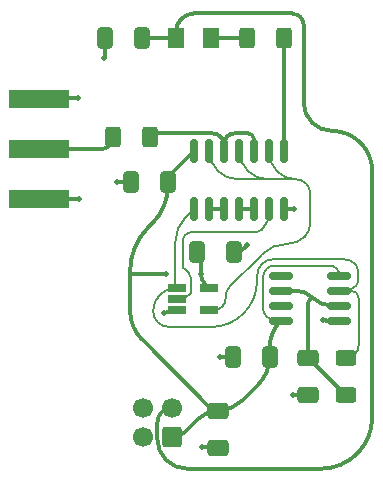
<source format=gtl>
%TF.GenerationSoftware,KiCad,Pcbnew,6.0.4-6f826c9f35~116~ubuntu20.04.1*%
%TF.CreationDate,2022-04-12T14:10:10-05:00*%
%TF.ProjectId,propagation_delay_led_pulser,70726f70-6167-4617-9469-6f6e5f64656c,1.1*%
%TF.SameCoordinates,Original*%
%TF.FileFunction,Copper,L1,Top*%
%TF.FilePolarity,Positive*%
%FSLAX46Y46*%
G04 Gerber Fmt 4.6, Leading zero omitted, Abs format (unit mm)*
G04 Created by KiCad (PCBNEW 6.0.4-6f826c9f35~116~ubuntu20.04.1) date 2022-04-12 14:10:10*
%MOMM*%
%LPD*%
G01*
G04 APERTURE LIST*
G04 Aperture macros list*
%AMRoundRect*
0 Rectangle with rounded corners*
0 $1 Rounding radius*
0 $2 $3 $4 $5 $6 $7 $8 $9 X,Y pos of 4 corners*
0 Add a 4 corners polygon primitive as box body*
4,1,4,$2,$3,$4,$5,$6,$7,$8,$9,$2,$3,0*
0 Add four circle primitives for the rounded corners*
1,1,$1+$1,$2,$3*
1,1,$1+$1,$4,$5*
1,1,$1+$1,$6,$7*
1,1,$1+$1,$8,$9*
0 Add four rect primitives between the rounded corners*
20,1,$1+$1,$2,$3,$4,$5,0*
20,1,$1+$1,$4,$5,$6,$7,0*
20,1,$1+$1,$6,$7,$8,$9,0*
20,1,$1+$1,$8,$9,$2,$3,0*%
G04 Aperture macros list end*
%TA.AperFunction,SMDPad,CuDef*%
%ADD10RoundRect,0.250000X0.412500X0.650000X-0.412500X0.650000X-0.412500X-0.650000X0.412500X-0.650000X0*%
%TD*%
%TA.AperFunction,SMDPad,CuDef*%
%ADD11RoundRect,0.250000X-0.412500X-0.650000X0.412500X-0.650000X0.412500X0.650000X-0.412500X0.650000X0*%
%TD*%
%TA.AperFunction,SMDPad,CuDef*%
%ADD12RoundRect,0.250000X-0.650000X0.412500X-0.650000X-0.412500X0.650000X-0.412500X0.650000X0.412500X0*%
%TD*%
%TA.AperFunction,SMDPad,CuDef*%
%ADD13R,1.560000X0.650000*%
%TD*%
%TA.AperFunction,SMDPad,CuDef*%
%ADD14RoundRect,0.150000X0.825000X0.150000X-0.825000X0.150000X-0.825000X-0.150000X0.825000X-0.150000X0*%
%TD*%
%TA.AperFunction,SMDPad,CuDef*%
%ADD15RoundRect,0.250000X0.400000X0.625000X-0.400000X0.625000X-0.400000X-0.625000X0.400000X-0.625000X0*%
%TD*%
%TA.AperFunction,ComponentPad*%
%ADD16RoundRect,0.250000X0.600000X0.600000X-0.600000X0.600000X-0.600000X-0.600000X0.600000X-0.600000X0*%
%TD*%
%TA.AperFunction,ComponentPad*%
%ADD17C,1.700000*%
%TD*%
%TA.AperFunction,SMDPad,CuDef*%
%ADD18RoundRect,0.250000X-0.625000X0.400000X-0.625000X-0.400000X0.625000X-0.400000X0.625000X0.400000X0*%
%TD*%
%TA.AperFunction,SMDPad,CuDef*%
%ADD19RoundRect,0.150000X0.150000X-0.825000X0.150000X0.825000X-0.150000X0.825000X-0.150000X-0.825000X0*%
%TD*%
%TA.AperFunction,SMDPad,CuDef*%
%ADD20RoundRect,0.250001X-0.462499X-0.624999X0.462499X-0.624999X0.462499X0.624999X-0.462499X0.624999X0*%
%TD*%
%TA.AperFunction,SMDPad,CuDef*%
%ADD21R,5.080000X1.500000*%
%TD*%
%TA.AperFunction,ViaPad*%
%ADD22C,0.508000*%
%TD*%
%TA.AperFunction,Conductor*%
%ADD23C,0.304800*%
%TD*%
%TA.AperFunction,Conductor*%
%ADD24C,0.152400*%
%TD*%
G04 APERTURE END LIST*
D10*
%TO.P,C6,1*%
%TO.N,/LED_Anode*%
X208134989Y-51712009D03*
%TO.P,C6,2*%
%TO.N,GND*%
X205009989Y-51712009D03*
%TD*%
%TO.P,C5,1*%
%TO.N,VCC*%
X218972500Y-78712000D03*
%TO.P,C5,2*%
%TO.N,GND*%
X215847500Y-78712000D03*
%TD*%
D11*
%TO.P,C4,1*%
%TO.N,VCC*%
X212822489Y-69837009D03*
%TO.P,C4,2*%
%TO.N,GND*%
X215947489Y-69837009D03*
%TD*%
D10*
%TO.P,C3,1*%
%TO.N,VCC*%
X210347489Y-63862009D03*
%TO.P,C3,2*%
%TO.N,GND*%
X207222489Y-63862009D03*
%TD*%
D12*
%TO.P,C1,1*%
%TO.N,VCC*%
X214627000Y-83241500D03*
%TO.P,C1,2*%
%TO.N,GND*%
X214627000Y-86366500D03*
%TD*%
D13*
%TO.P,U3,1*%
%TO.N,/Timer_out*%
X211159989Y-72862009D03*
%TO.P,U3,2*%
%TO.N,/Inv3toNand*%
X211159989Y-73812009D03*
%TO.P,U3,3,GND*%
%TO.N,GND*%
X211159989Y-74762009D03*
%TO.P,U3,4*%
%TO.N,/Pulser_out*%
X213859989Y-74762009D03*
%TO.P,U3,5,VCC*%
%TO.N,VCC*%
X213859989Y-72862009D03*
%TD*%
D12*
%TO.P,C2,1*%
%TO.N,/Timer_THR*%
X222246989Y-78799509D03*
%TO.P,C2,2*%
%TO.N,GND*%
X222246989Y-81924509D03*
%TD*%
D14*
%TO.P,U2,1,GND*%
%TO.N,GND*%
X224884989Y-75617009D03*
%TO.P,U2,2,TR*%
%TO.N,/Timer_THR*%
X224884989Y-74347009D03*
%TO.P,U2,3,Q*%
%TO.N,/Timer_out*%
X224884989Y-73077009D03*
%TO.P,U2,4,R*%
%TO.N,VCC*%
X224884989Y-71807009D03*
%TO.P,U2,5,CV*%
%TO.N,unconnected-(U2-Pad5)*%
X219934989Y-71807009D03*
%TO.P,U2,6,THR*%
%TO.N,/Timer_THR*%
X219934989Y-73077009D03*
%TO.P,U2,7,DIS*%
%TO.N,unconnected-(U2-Pad7)*%
X219934989Y-74347009D03*
%TO.P,U2,8,VCC*%
%TO.N,VCC*%
X219934989Y-75617009D03*
%TD*%
D15*
%TO.P,R2,1*%
%TO.N,/drive_pulse_out_r*%
X208809989Y-60062009D03*
%TO.P,R2,2*%
%TO.N,Net-(J2-Pad1)*%
X205709989Y-60062009D03*
%TD*%
D16*
%TO.P,J1,1,Pin_1*%
%TO.N,VCC*%
X210750000Y-85492000D03*
D17*
%TO.P,J1,2,Pin_2*%
%TO.N,/LED_Anode*%
X210750000Y-82992000D03*
%TO.P,J1,3,Pin_3*%
%TO.N,GND*%
X208250000Y-85492000D03*
%TO.P,J1,4,Pin_4*%
X208250000Y-82992000D03*
%TD*%
D18*
%TO.P,R1,1*%
%TO.N,/Timer_out*%
X225409989Y-78812009D03*
%TO.P,R1,2*%
%TO.N,/Timer_THR*%
X225409989Y-81912009D03*
%TD*%
D19*
%TO.P,U1,1*%
%TO.N,/Timer_out*%
X212599989Y-66187009D03*
%TO.P,U1,2*%
%TO.N,/Inv1to2*%
X213869989Y-66187009D03*
%TO.P,U1,3*%
X215139989Y-66187009D03*
%TO.P,U1,4*%
%TO.N,/Inv2to3*%
X216409989Y-66187009D03*
%TO.P,U1,5*%
X217679989Y-66187009D03*
%TO.P,U1,6*%
%TO.N,/Inv3toNand*%
X218949989Y-66187009D03*
%TO.P,U1,7,GND*%
%TO.N,GND*%
X220219989Y-66187009D03*
%TO.P,U1,8*%
%TO.N,/drive_led_r*%
X220219989Y-61237009D03*
%TO.P,U1,9*%
%TO.N,/Pulser_out*%
X218949989Y-61237009D03*
%TO.P,U1,10*%
%TO.N,/drive_pulse_out_r*%
X217679989Y-61237009D03*
%TO.P,U1,11*%
%TO.N,/Pulser_out*%
X216409989Y-61237009D03*
%TO.P,U1,12*%
%TO.N,/drive_pulse_out_r*%
X215139989Y-61237009D03*
%TO.P,U1,13*%
%TO.N,/Pulser_out*%
X213869989Y-61237009D03*
%TO.P,U1,14,VCC*%
%TO.N,VCC*%
X212599989Y-61237009D03*
%TD*%
D20*
%TO.P,D1,1,K*%
%TO.N,/LED_Anode*%
X211036989Y-51712009D03*
%TO.P,D1,2,A*%
%TO.N,Net-(D1-Pad2)*%
X214011989Y-51712009D03*
%TD*%
D15*
%TO.P,R3,1*%
%TO.N,/drive_led_r*%
X220159989Y-51712009D03*
%TO.P,R3,2*%
%TO.N,Net-(D1-Pad2)*%
X217059989Y-51712009D03*
%TD*%
D21*
%TO.P,J2,1,In*%
%TO.N,Net-(J2-Pad1)*%
X199459989Y-61112009D03*
%TO.P,J2,2,Ext*%
%TO.N,GND*%
X199459989Y-65362009D03*
X199459989Y-56862009D03*
%TD*%
D22*
%TO.N,GND*%
X206059989Y-63887009D03*
X202809989Y-65337009D03*
X202784989Y-56812009D03*
X210034989Y-74987009D03*
X213209989Y-86362009D03*
X220934989Y-81912009D03*
X221009989Y-66187009D03*
X217084989Y-69237009D03*
X214734989Y-78712009D03*
X204984989Y-53362009D03*
%TO.N,VCC*%
X210159989Y-71712009D03*
X213159989Y-71712009D03*
%TO.N,GND*%
X223534989Y-75612009D03*
%TD*%
D23*
%TO.N,VCC*%
X216638813Y-82408167D02*
G75*
G02*
X214627000Y-83241500I-2011813J2011767D01*
G01*
X218972488Y-78712000D02*
G75*
G02*
X218009068Y-81037930I-3289388J0D01*
G01*
X216638822Y-82408176D02*
X218009068Y-81037930D01*
%TO.N,GND*%
X207222489Y-63862009D02*
X206120344Y-63862009D01*
X206059959Y-63886979D02*
G75*
G02*
X206120344Y-63862009I60341J-60421D01*
G01*
%TO.N,VCC*%
X208715611Y-67706361D02*
G75*
G03*
X207159989Y-71462009I3755689J-3755639D01*
G01*
X208715624Y-67706374D02*
X209084989Y-67337009D01*
X210347489Y-64289065D02*
X210347489Y-63862009D01*
X210347450Y-64289065D02*
G75*
G02*
X209084988Y-67337008I-4310450J-35D01*
G01*
X210347501Y-63862009D02*
G75*
G02*
X210610888Y-63226112I899299J9D01*
G01*
X212599989Y-61237009D02*
X210610887Y-63226111D01*
%TO.N,GND*%
X202784989Y-56812009D02*
X199580699Y-56812009D01*
X199459993Y-56862013D02*
G75*
G02*
X199580699Y-56812009I120707J-120687D01*
G01*
X199459989Y-65362009D02*
X202749634Y-65362009D01*
X202809983Y-65337003D02*
G75*
G02*
X202749634Y-65362009I-60383J60403D01*
G01*
X211159989Y-74762009D02*
X210578187Y-74762009D01*
X210034997Y-74987017D02*
G75*
G02*
X210578187Y-74762009I543203J-543183D01*
G01*
X213604324Y-86354000D02*
X213229324Y-86354000D01*
X213209986Y-86362006D02*
G75*
G02*
X213229324Y-86354000I19314J-19294D01*
G01*
X222246989Y-81924509D02*
X220965166Y-81924509D01*
X220934999Y-81911999D02*
G75*
G03*
X220965166Y-81924509I30201J30199D01*
G01*
X220219989Y-66187009D02*
X221009989Y-66187009D01*
X216865058Y-69456938D02*
G75*
G02*
X215947489Y-69837009I-917558J917538D01*
G01*
X216865059Y-69456939D02*
X217084989Y-69237009D01*
D24*
%TO.N,/Timer_out*%
X210984981Y-72439522D02*
G75*
G03*
X211159989Y-72862009I597519J22D01*
G01*
X211859971Y-66861991D02*
G75*
G03*
X210984989Y-68974445I2112429J-2112409D01*
G01*
X211859989Y-66862009D02*
X212489027Y-66232971D01*
X212599989Y-66186992D02*
G75*
G03*
X212489027Y-66232971I11J-156908D01*
G01*
X210984989Y-72439522D02*
X210984989Y-68974445D01*
%TO.N,/Inv3toNand*%
X211809989Y-71287009D02*
X212147857Y-71624877D01*
X212359975Y-72137009D02*
G75*
G03*
X212147857Y-71624877I-724275J9D01*
G01*
X217887502Y-68112009D02*
X212509253Y-68112009D01*
X211634989Y-68774141D02*
X211634989Y-71087009D01*
X211219304Y-73812004D02*
G75*
G03*
X212184989Y-73412009I-4J1365704D01*
G01*
X211652680Y-71129673D02*
G75*
G02*
X211634989Y-71087009I42620J42673D01*
G01*
X211652667Y-71129686D02*
X211809989Y-71287009D01*
X218949989Y-66187009D02*
X218949989Y-66391913D01*
X211635012Y-68774141D02*
G75*
G02*
X211784989Y-68412009I512088J41D01*
G01*
X218309981Y-67937001D02*
G75*
G03*
X218949989Y-66391913I-1545081J1545101D01*
G01*
X211785007Y-68412027D02*
G75*
G02*
X212509253Y-68112009I724293J-724273D01*
G01*
X212281956Y-73315042D02*
X212184989Y-73412009D01*
X217887502Y-68112003D02*
G75*
G03*
X218309988Y-67937008I-2J597503D01*
G01*
X212281972Y-73315058D02*
G75*
G03*
X212359989Y-73126654I-188372J188358D01*
G01*
X212359989Y-72137009D02*
X212359989Y-73126654D01*
X211219304Y-73812009D02*
X211159989Y-73812009D01*
%TO.N,/Pulser_out*%
X215260009Y-73712009D02*
G75*
G02*
X214209989Y-74762009I-1050009J9D01*
G01*
X218209989Y-70137009D02*
X218351105Y-69995893D01*
X215560511Y-72786490D02*
G75*
G03*
X215259989Y-73512009I725489J-725510D01*
G01*
X222410000Y-67400613D02*
G75*
G02*
X221959989Y-68487009I-1536400J13D01*
G01*
X221936030Y-68510968D02*
X221959989Y-68487009D01*
X220484989Y-69112009D02*
G75*
G03*
X218351106Y-69995894I11J-3017791D01*
G01*
X215560509Y-72786488D02*
X218209989Y-70137009D01*
X221936041Y-68510979D02*
G75*
G02*
X220484989Y-69112009I-1451041J1451079D01*
G01*
X221209989Y-63662011D02*
G75*
G02*
X222409989Y-64862009I11J-1199989D01*
G01*
X215259989Y-73712009D02*
X215259989Y-73512009D01*
X213859989Y-74762009D02*
X214209989Y-74762009D01*
X222409989Y-67400613D02*
X222409989Y-64862009D01*
D23*
%TO.N,VCC*%
X213478188Y-72480206D02*
G75*
G02*
X213159989Y-71712009I768212J768206D01*
G01*
X213478187Y-72480207D02*
X213859989Y-72862009D01*
X213159989Y-71712009D02*
X213159989Y-70651806D01*
X212822490Y-69837008D02*
G75*
G02*
X213159989Y-70651806I-814790J-814792D01*
G01*
D24*
X218675162Y-75227166D02*
G75*
G02*
X218409989Y-74587009I640138J640166D01*
G01*
X218675154Y-75227174D02*
X218759989Y-75312009D01*
X219496324Y-75616999D02*
G75*
G02*
X218759989Y-75312009I-24J1041299D01*
G01*
X219496324Y-75617009D02*
X219934989Y-75617009D01*
X218409989Y-71962009D02*
X218409989Y-74587009D01*
D23*
X218972462Y-77940662D02*
G75*
G02*
X219934990Y-75617010I3286138J-38D01*
G01*
X218972500Y-77940662D02*
X218972500Y-78712000D01*
%TO.N,GND*%
X215847500Y-78712000D02*
X214735010Y-78712000D01*
X214734992Y-78712006D02*
G75*
G03*
X214735010Y-78712000I8J6D01*
G01*
X205009989Y-53337009D02*
X204984989Y-53362009D01*
X205009989Y-51712009D02*
X205009989Y-53337009D01*
%TO.N,/LED_Anode*%
X208134989Y-51712009D02*
X211036989Y-51712009D01*
%TO.N,VCC*%
X207159989Y-71712009D02*
X207159989Y-71462009D01*
D24*
X224039989Y-70962009D02*
X219409989Y-70962009D01*
D23*
X207159989Y-74797796D02*
X207159989Y-71712009D01*
X214201980Y-83254000D02*
X208159989Y-77212009D01*
X214627000Y-83254000D02*
X214201980Y-83254000D01*
X207159989Y-71712009D02*
X210159989Y-71712009D01*
X212904526Y-83967472D02*
X211825475Y-85046523D01*
D24*
X224039989Y-70962011D02*
G75*
G02*
X224884989Y-71807009I11J-844989D01*
G01*
D23*
X210750000Y-85491985D02*
G75*
G03*
X211825475Y-85046523I0J1520985D01*
G01*
X207159992Y-74797796D02*
G75*
G03*
X208159989Y-77212009I3414208J-4D01*
G01*
X212904536Y-83967482D02*
G75*
G02*
X214627000Y-83254000I1722464J-1722418D01*
G01*
D24*
X218410009Y-71962009D02*
G75*
G02*
X219409989Y-70962009I999991J9D01*
G01*
D23*
%TO.N,GND*%
X213604324Y-86354000D02*
X214627000Y-86354000D01*
X224884989Y-75617009D02*
X223772060Y-75617009D01*
X223759989Y-75612009D02*
X223534989Y-75612009D01*
X223760001Y-75611997D02*
G75*
G03*
X223772060Y-75617009I12099J12097D01*
G01*
%TO.N,Net-(D1-Pad2)*%
X217059989Y-51712009D02*
X214011989Y-51712009D01*
%TO.N,/Timer_THR*%
X221126942Y-73077000D02*
X219935000Y-73077000D01*
X225323780Y-81876300D02*
X222246989Y-78799509D01*
X222247000Y-74124998D02*
X222247000Y-78799498D01*
X224885000Y-74347000D02*
X224192992Y-74347000D01*
X222659989Y-73712000D02*
G75*
G03*
X222247000Y-74124998I11J-413000D01*
G01*
X222659991Y-73712007D02*
G75*
G03*
X224192992Y-74347000I1533009J1533007D01*
G01*
X221126942Y-73076984D02*
G75*
G02*
X222659989Y-73712009I-42J-2168116D01*
G01*
X225323787Y-81876293D02*
G75*
G03*
X225409989Y-81912009I86213J86193D01*
G01*
X222246998Y-78799501D02*
G75*
G02*
X222247000Y-78799498I2J1D01*
G01*
%TO.N,Net-(J2-Pad1)*%
X204659989Y-61112009D02*
X199459989Y-61112009D01*
X204659989Y-61111989D02*
G75*
G03*
X205709989Y-60062009I11J1049989D01*
G01*
%TO.N,/LED_Anode*%
X223309989Y-88162009D02*
X212009989Y-88162009D01*
X212609989Y-49612009D02*
X220859989Y-49612009D01*
X209459989Y-85612009D02*
X209459989Y-84282011D01*
X211036989Y-51712009D02*
X211036989Y-51185009D01*
X221859989Y-50612009D02*
X221859989Y-57162009D01*
X227659989Y-62962009D02*
X227659989Y-83812009D01*
X221859991Y-50612009D02*
G75*
G03*
X220859989Y-49612009I-999991J9D01*
G01*
X212609989Y-49611989D02*
G75*
G03*
X211036989Y-51185009I11J-1573011D01*
G01*
X227659991Y-62962009D02*
G75*
G03*
X224259989Y-59562009I-3399991J9D01*
G01*
X210750000Y-82991989D02*
G75*
G03*
X209459989Y-84282011I0J-1290011D01*
G01*
X224259989Y-59562011D02*
G75*
G02*
X221859989Y-57162009I11J2400011D01*
G01*
X209459991Y-85612009D02*
G75*
G03*
X212009989Y-88162009I2550009J9D01*
G01*
X223309989Y-88161989D02*
G75*
G03*
X227659989Y-83812009I11J4349989D01*
G01*
D24*
%TO.N,/Timer_out*%
X214009989Y-76162009D02*
X210459989Y-76162009D01*
X225173593Y-70412009D02*
X219334253Y-70412009D01*
X217909989Y-71836273D02*
X217909989Y-72262009D01*
X226509989Y-73712009D02*
X226509989Y-77712009D01*
X224884989Y-73077009D02*
X225874989Y-73077009D01*
X211059989Y-72862009D02*
X211159989Y-72862009D01*
X224885000Y-73077000D02*
X225308113Y-73077000D01*
X226459989Y-72299877D02*
X226459989Y-71344851D01*
X225173593Y-70412013D02*
G75*
G02*
X226259989Y-70862009I7J-1536387D01*
G01*
X226259974Y-70862024D02*
G75*
G02*
X226459989Y-71344851I-482874J-482876D01*
G01*
X217910009Y-71836273D02*
G75*
G02*
X219334253Y-70412009I1424291J-27D01*
G01*
X211059989Y-72861989D02*
G75*
G03*
X209109989Y-74812009I11J-1950011D01*
G01*
X225409989Y-78811989D02*
G75*
G03*
X226509989Y-77712009I11J1099989D01*
G01*
X226509991Y-73712009D02*
G75*
G03*
X225874989Y-73077009I-634991J9D01*
G01*
X226309990Y-72662010D02*
G75*
G02*
X225308113Y-73077000I-1001890J1001910D01*
G01*
X209109991Y-74812009D02*
G75*
G03*
X210459989Y-76162009I1350009J9D01*
G01*
X226459985Y-72299877D02*
G75*
G02*
X226309989Y-72662009I-512085J-23D01*
G01*
X214009989Y-76161989D02*
G75*
G03*
X217909989Y-72262009I11J3899989D01*
G01*
%TO.N,/Pulser_out*%
X221209989Y-63662009D02*
X218835009Y-63662009D01*
X218835009Y-63662009D02*
X216295009Y-63662009D01*
X216409991Y-61237000D02*
G75*
G03*
X218835009Y-63662009I2425009J0D01*
G01*
X213869991Y-61237000D02*
G75*
G03*
X216295009Y-63662009I2425009J0D01*
G01*
X218949991Y-61402020D02*
G75*
G03*
X221209989Y-63662009I2260009J20D01*
G01*
D23*
%TO.N,/drive_pulse_out_r*%
X214109989Y-59762009D02*
X209109989Y-59762009D01*
X217680000Y-60826005D02*
X217680000Y-60332020D01*
X217109989Y-59762009D02*
X216009989Y-59762009D01*
X215140000Y-60631998D02*
X215140000Y-60792020D01*
X214109989Y-59762000D02*
G75*
G02*
X215140000Y-60792020I11J-1030000D01*
G01*
X217109989Y-59762000D02*
G75*
G02*
X217680000Y-60332020I11J-570000D01*
G01*
X208810009Y-60062009D02*
G75*
G02*
X209109989Y-59762009I299991J9D01*
G01*
X215140009Y-60631998D02*
G75*
G02*
X216009989Y-59762009I869991J-2D01*
G01*
%TO.N,/drive_led_r*%
X220220000Y-61237000D02*
X220220000Y-51856888D01*
X220159985Y-51712013D02*
G75*
G02*
X220220000Y-51856888I-144885J-144887D01*
G01*
%TO.N,/Inv1to2*%
X213870000Y-66187000D02*
X215140000Y-66187000D01*
%TO.N,/Inv2to3*%
X216410000Y-66187000D02*
X217680000Y-66187000D01*
%TD*%
M02*

</source>
